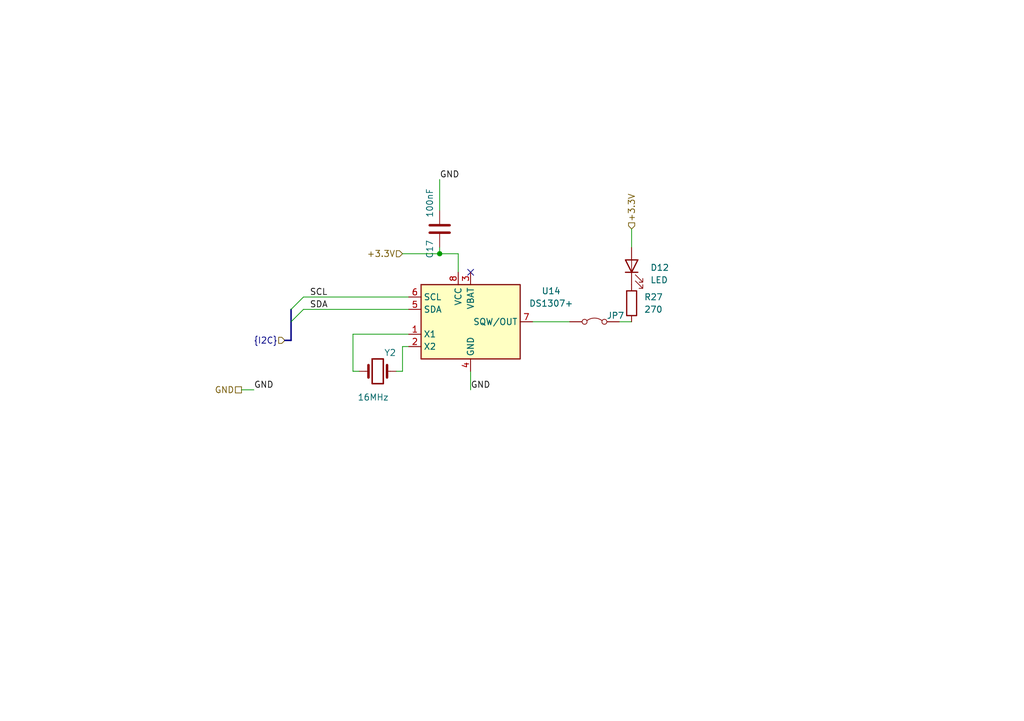
<source format=kicad_sch>
(kicad_sch (version 20231120) (generator "eeschema") (generator_version "8.0")
  (paper "A5")
  (title_block (title "RTC") (date "2024-08-29") (rev "1.0") (company "Designed by CREPP-NLG"))
  (lib_symbols
    (symbol "Device:C" (pin_numbers hide) (pin_names (offset 0.254))
      (property "Reference" "C" (at 0.635 2.54 0))
      (property "Value" "C" (at 0.635 -2.54 0))
      (symbol "C_0_1"
        (polyline (pts (xy -2.032 -0.762) (xy 2.032 -0.762)) (stroke (width 0.508)))
        (polyline (pts (xy -2.032 0.762) (xy 2.032 0.762)) (stroke (width 0.508)))
      )
      (symbol "C_1_1"
        (pin passive line (at 0 3.81 270) (length 2.794) (name "~") (number "1"))
        (pin passive line (at 0 -3.81 90) (length 2.794) (name "~") (number "2"))
      )
    )
    (symbol "Device:Crystal" (pin_numbers hide) (pin_names (offset 1.016) hide)
      (property "Reference" "Y" (at 0 3.81 0))
      (property "Value" "Crystal" (at 0 -3.81 0))
      (symbol "Crystal_0_1"
        (rectangle (start -1.143 2.54) (end 1.143 -2.54) (stroke (width 0.3048)))
        (polyline (pts (xy -2.54 0) (xy -1.905 0)))
        (polyline (pts (xy -1.905 -1.27) (xy -1.905 1.27)) (stroke (width 0.508)))
        (polyline (pts (xy 1.905 -1.27) (xy 1.905 1.27)) (stroke (width 0.508)))
        (polyline (pts (xy 2.54 0) (xy 1.905 0)))
      )
      (symbol "Crystal_1_1"
        (pin passive line (at -3.81 0 0) (length 1.27) (name "1") (number "1"))
        (pin passive line (at 3.81 0 180) (length 1.27) (name "2") (number "2"))
      )
    )
    (symbol "Device:LED" (pin_numbers hide) (pin_names (offset 1.016) hide)
      (property "Reference" "D" (at 0 2.54 0))
      (property "Value" "LED" (at 0 -2.54 0))
      (symbol "LED_0_1"
        (polyline (pts (xy -1.27 -1.27) (xy -1.27 1.27)) (stroke (width 0.254)))
        (polyline (pts (xy -1.27 0) (xy 1.27 0)))
        (polyline (pts (xy 1.27 -1.27) (xy 1.27 1.27) (xy -1.27 0) (xy 1.27 -1.27)) (stroke (width 0.254)))
        (polyline (pts (xy -3.048 -0.762) (xy -4.572 -2.286) (xy -3.81 -2.286) (xy -4.572 -2.286) (xy -4.572 -1.524)))
        (polyline (pts (xy -1.778 -0.762) (xy -3.302 -2.286) (xy -2.54 -2.286) (xy -3.302 -2.286) (xy -3.302 -1.524)))
      )
      (symbol "LED_1_1"
        (pin passive line (at -3.81 0 0) (length 2.54) (name "K") (number "1"))
        (pin passive line (at 3.81 0 180) (length 2.54) (name "A") (number "2"))
      )
    )
    (symbol "Device:R" (pin_numbers hide) (pin_names (offset 0))
      (property "Reference" "R" (at 2.032 0 90))
      (property "Value" "R" (at 0 0 90))
      (symbol "R_0_1"
        (rectangle (start -1.016 -2.54) (end 1.016 2.54) (stroke (width 0.254)))
      )
      (symbol "R_1_1"
        (pin passive line (at 0 3.81 270) (length 1.27) (name "~") (number "1"))
        (pin passive line (at 0 -3.81 90) (length 1.27) (name "~") (number "2"))
      )
    )
    (symbol "Jumper:Jumper_2_Bridged" (pin_numbers hide) (pin_names (offset 0) hide) (exclude_from_sim yes)
      (property "Reference" "JP" (at 0 1.905 0))
      (property "Value" "Jumper_2_Bridged" (at 0 -2.54 0))
      (symbol "Jumper_2_Bridged_0_0"
        (circle (center -2.032 0) (radius 0.508))
        (circle (center 2.032 0) (radius 0.508))
      )
      (symbol "Jumper_2_Bridged_0_1"
        (arc (start 1.524 0.254) (mid 0 0.762) (end -1.524 0.254))
      )
      (symbol "Jumper_2_Bridged_1_1"
        (pin passive line (at -5.08 0 0) (length 2.54) (name "A") (number "1"))
        (pin passive line (at 5.08 0 180) (length 2.54) (name "B") (number "2"))
      )
    )
    (symbol "Timer_RTC:DS1307+"
      (property "Reference" "U" (at -8.89 8.89 0))
      (property "Value" "DS1307+" (at 1.27 8.89 0))
      (symbol "DS1307+_0_1"
        (rectangle (start -10.16 7.62) (end 10.16 -7.62) (stroke (width 0.254)) (fill (type background)))
      )
      (symbol "DS1307+_1_1"
        (pin input line (at -12.7 -2.54 0) (length 2.54) (name "X1") (number "1"))
        (pin input line (at -12.7 -5.08 0) (length 2.54) (name "X2") (number "2"))
        (pin power_in line (at 0 10.16 270) (length 2.54) (name "VBAT") (number "3"))
        (pin power_in line (at 0 -10.16 90) (length 2.54) (name "GND") (number "4"))
        (pin bidirectional line (at -12.7 2.54 0) (length 2.54) (name "SDA") (number "5"))
        (pin input line (at -12.7 5.08 0) (length 2.54) (name "SCL") (number "6"))
        (pin open_collector line (at 12.7 0 180) (length 2.54) (name "SQW/OUT") (number "7"))
        (pin power_in line (at -2.54 10.16 270) (length 2.54) (name "VCC") (number "8"))
      )
    )
  )
  (junction (at 90.17 52.07))
  (no_connect (at 96.52 55.88))
  (bus_entry (at 62.23 63.5) (size -2.54 2.54))
  (bus_entry (at 62.23 60.96) (size -2.54 2.54))
  (bus (pts (xy 59.69 69.85) (xy 59.69 66.04)))
  (wire (pts (xy 83.82 71.12) (xy 82.55 71.12)))
  (wire (pts (xy 96.52 76.2) (xy 96.52 80.01)))
  (wire (pts (xy 72.39 68.58) (xy 83.82 68.58)))
  (wire (pts (xy 127 66.04) (xy 129.54 66.04)))
  (bus (pts (xy 58.42 69.85) (xy 59.69 69.85)))
  (wire (pts (xy 90.17 50.8) (xy 90.17 52.07)))
  (wire (pts (xy 72.39 76.2) (xy 72.39 68.58)))
  (wire (pts (xy 90.17 36.83) (xy 90.17 43.18)))
  (wire (pts (xy 62.23 60.96) (xy 83.82 60.96)))
  (wire (pts (xy 82.55 71.12) (xy 82.55 76.2)))
  (wire (pts (xy 49.53 80.01) (xy 52.07 80.01)))
  (wire (pts (xy 93.98 52.07) (xy 93.98 55.88)))
  (wire (pts (xy 129.54 46.99) (xy 129.54 50.8)))
  (wire (pts (xy 109.22 66.04) (xy 116.84 66.04)))
  (wire (pts (xy 73.66 76.2) (xy 72.39 76.2)))
  (bus (pts (xy 59.69 66.04) (xy 59.69 63.5)))
  (wire (pts (xy 62.23 63.5) (xy 83.82 63.5)))
  (wire (pts (xy 81.28 76.2) (xy 82.55 76.2)))
  (wire (pts (xy 82.55 52.07) (xy 90.17 52.07)))
  (wire (pts (xy 90.17 52.07) (xy 93.98 52.07)))
  (label "SCL" (at 63.5 60.96 0))
  (label "GND" (at 96.52 80.01 0))
  (label "SDA" (at 63.5 63.5 0))
  (label "GND" (at 52.07 80.01 0))
  (label "GND" (at 90.17 36.83 0))
  (hierarchical_label "GND" (shape passive) (at 49.53 80.01 180))
  (hierarchical_label "+3.3V" (shape input) (at 129.54 46.99 90))
  (hierarchical_label "+3.3V" (shape input) (at 82.55 52.07 180))
  (hierarchical_label "{I2C}" (shape input) (at 58.42 69.85 180))
  (symbol (lib_id "Jumper:Jumper_2_Bridged") (at 121.92 66.04 0) (unit 1) (exclude_from_sim yes)
    (property "Reference" "JP7" (at 126.238 64.77 0))
    (property "Value" "Jumper" (effects (hide yes)))
    (property "Footprint" "Connector_PinHeader_2.54mm:PinHeader_1x02_P2.54mm_Vertical" (effects (hide yes)))
    (property "Description" "Jumper, 2-pole, closed/bridged" (effects (hide yes)))
  )
  (symbol (lib_id "Device:C") (at 90.17 46.99 0) (unit 1)
    (property "Reference" "C17" (at 88.138 53.086 90) (effects (justify left)))
    (property "Value" "100nF" (at 88.138 44.704 90) (effects (justify left)))
    (property "Footprint" "Capacitor_THT:C_Radial_D5.0mm_H11.0mm_P2.00mm" (effects (hide yes)))
  )
  (symbol (lib_id "Timer_RTC:DS1307+") (at 96.52 66.04 0) (unit 1)
    (property "Reference" "U14" (at 113.03 59.7214 0))
    (property "Value" "DS1307+" (at 113.03 62.2614 0))
    (property "Footprint" "Package_DIP:DIP-8_W7.62mm" (effects (hide yes)))
    (property "Datasheet" "https://datasheets.maximintegrated.com/en/ds/DS1307.pdf" (effects (hide yes)))
    (property "Description" "64 x 8, Serial, I2C Real-time clock, 4.5V to 5.5V VCC, 0°C to +70°C, DIP-8" (effects (hide yes)))
  )
  (symbol (lib_id "Device:LED") (at 129.54 54.61 90) (unit 1)
    (property "Reference" "D12" (at 133.35 54.9275 90) (effects (justify right)))
    (property "Value" "LED" (at 133.35 57.4675 90) (effects (justify right)))
    (property "Footprint" "LED_THT:LED_D5.0mm" (effects (hide yes)))
  )
  (symbol (lib_id "Device:Crystal") (at 77.47 76.2 0) (unit 1) (exclude_from_sim yes)
    (property "Reference" "Y2" (at 81.28 72.39 0) (effects (justify right)))
    (property "Value" "16MHz" (at 79.756 81.534 0) (effects (justify right)))
    (property "Footprint" "Crystal:Crystal_AT310_D3.0mm_L10.0mm_Horizontal" (effects (hide yes)))
  )
  (symbol (lib_id "Device:R") (at 129.54 62.23 0) (unit 1)
    (property "Reference" "R27" (at 132.08 60.96 0) (effects (justify left)))
    (property "Value" "270" (at 132.08 63.5 0) (effects (justify left)))
    (property "Footprint" "Resistor_THT:R_Axial_DIN0207_L6.3mm_D2.5mm_P7.62mm_Horizontal" (effects (hide yes)))
  )
)
</source>
